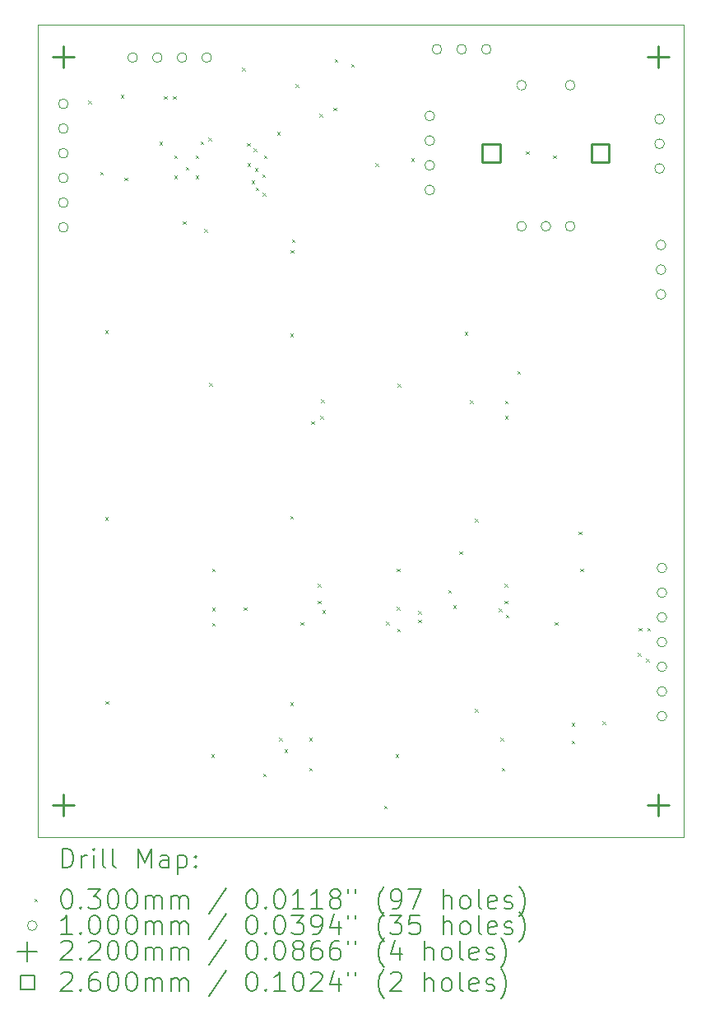
<source format=gbr>
%FSLAX45Y45*%
G04 Gerber Fmt 4.5, Leading zero omitted, Abs format (unit mm)*
G04 Created by KiCad (PCBNEW (6.0.0)) date 2023-01-01 12:45:46*
%MOMM*%
%LPD*%
G01*
G04 APERTURE LIST*
%TA.AperFunction,Profile*%
%ADD10C,0.100000*%
%TD*%
%ADD11C,0.200000*%
%ADD12C,0.030000*%
%ADD13C,0.100000*%
%ADD14C,0.220000*%
%ADD15C,0.260000*%
G04 APERTURE END LIST*
D10*
X3580000Y-1775000D02*
X10230000Y-1775000D01*
X10230000Y-1775000D02*
X10230000Y-10130000D01*
X10230000Y-10130000D02*
X3580000Y-10130000D01*
X3580000Y-10130000D02*
X3580000Y-1775000D01*
D11*
D12*
X4102000Y-2552000D02*
X4132000Y-2582000D01*
X4132000Y-2552000D02*
X4102000Y-2582000D01*
X4225000Y-3285000D02*
X4255000Y-3315000D01*
X4255000Y-3285000D02*
X4225000Y-3315000D01*
X4275000Y-4915000D02*
X4305000Y-4945000D01*
X4305000Y-4915000D02*
X4275000Y-4945000D01*
X4275000Y-6835000D02*
X4305000Y-6865000D01*
X4305000Y-6835000D02*
X4275000Y-6865000D01*
X4280000Y-8730000D02*
X4310000Y-8760000D01*
X4310000Y-8730000D02*
X4280000Y-8760000D01*
X4435000Y-2495000D02*
X4465000Y-2525000D01*
X4465000Y-2495000D02*
X4435000Y-2525000D01*
X4475000Y-3345000D02*
X4505000Y-3375000D01*
X4505000Y-3345000D02*
X4475000Y-3375000D01*
X4835000Y-2975000D02*
X4865000Y-3005000D01*
X4865000Y-2975000D02*
X4835000Y-3005000D01*
X4880000Y-2505000D02*
X4910000Y-2535000D01*
X4910000Y-2505000D02*
X4880000Y-2535000D01*
X4975000Y-2505000D02*
X5005000Y-2535000D01*
X5005000Y-2505000D02*
X4975000Y-2535000D01*
X4985000Y-3115000D02*
X5015000Y-3145000D01*
X5015000Y-3115000D02*
X4985000Y-3145000D01*
X4985000Y-3325000D02*
X5015000Y-3355000D01*
X5015000Y-3325000D02*
X4985000Y-3355000D01*
X5075000Y-3795000D02*
X5105000Y-3825000D01*
X5105000Y-3795000D02*
X5075000Y-3825000D01*
X5105000Y-3235000D02*
X5135000Y-3265000D01*
X5135000Y-3235000D02*
X5105000Y-3265000D01*
X5205000Y-3115000D02*
X5235000Y-3145000D01*
X5235000Y-3115000D02*
X5205000Y-3145000D01*
X5205000Y-3325000D02*
X5235000Y-3355000D01*
X5235000Y-3325000D02*
X5205000Y-3355000D01*
X5258000Y-2972000D02*
X5288000Y-3002000D01*
X5288000Y-2972000D02*
X5258000Y-3002000D01*
X5295320Y-3874680D02*
X5325320Y-3904680D01*
X5325320Y-3874680D02*
X5295320Y-3904680D01*
X5335000Y-2935000D02*
X5365000Y-2965000D01*
X5365000Y-2935000D02*
X5335000Y-2965000D01*
X5345000Y-5455000D02*
X5375000Y-5485000D01*
X5375000Y-5455000D02*
X5345000Y-5485000D01*
X5365000Y-9275000D02*
X5395000Y-9305000D01*
X5395000Y-9275000D02*
X5365000Y-9305000D01*
X5375000Y-7365000D02*
X5405000Y-7395000D01*
X5405000Y-7365000D02*
X5375000Y-7395000D01*
X5375000Y-7770000D02*
X5405000Y-7800000D01*
X5405000Y-7770000D02*
X5375000Y-7800000D01*
X5375000Y-7925000D02*
X5405000Y-7955000D01*
X5405000Y-7925000D02*
X5375000Y-7955000D01*
X5685000Y-2215000D02*
X5715000Y-2245000D01*
X5715000Y-2215000D02*
X5685000Y-2245000D01*
X5700000Y-7765000D02*
X5730000Y-7795000D01*
X5730000Y-7765000D02*
X5700000Y-7795000D01*
X5735000Y-2990000D02*
X5765000Y-3020000D01*
X5765000Y-2990000D02*
X5735000Y-3020000D01*
X5740000Y-3195000D02*
X5770000Y-3225000D01*
X5770000Y-3195000D02*
X5740000Y-3225000D01*
X5780000Y-3375000D02*
X5810000Y-3405000D01*
X5810000Y-3375000D02*
X5780000Y-3405000D01*
X5805000Y-3044950D02*
X5835000Y-3074950D01*
X5835000Y-3044950D02*
X5805000Y-3074950D01*
X5815000Y-3245000D02*
X5845000Y-3275000D01*
X5845000Y-3245000D02*
X5815000Y-3275000D01*
X5825000Y-3445000D02*
X5855000Y-3475000D01*
X5855000Y-3445000D02*
X5825000Y-3475000D01*
X5890000Y-3310000D02*
X5920000Y-3340000D01*
X5920000Y-3310000D02*
X5890000Y-3340000D01*
X5895000Y-3500000D02*
X5925000Y-3530000D01*
X5925000Y-3500000D02*
X5895000Y-3530000D01*
X5900000Y-9475000D02*
X5930000Y-9505000D01*
X5930000Y-9475000D02*
X5900000Y-9505000D01*
X5910000Y-3115000D02*
X5940000Y-3145000D01*
X5940000Y-3115000D02*
X5910000Y-3145000D01*
X6045000Y-2875000D02*
X6075000Y-2905000D01*
X6075000Y-2875000D02*
X6045000Y-2905000D01*
X6065000Y-9105000D02*
X6095000Y-9135000D01*
X6095000Y-9105000D02*
X6065000Y-9135000D01*
X6120000Y-9225000D02*
X6150000Y-9255000D01*
X6150000Y-9225000D02*
X6120000Y-9255000D01*
X6180000Y-4950000D02*
X6210000Y-4980000D01*
X6210000Y-4950000D02*
X6180000Y-4980000D01*
X6180000Y-6825000D02*
X6210000Y-6855000D01*
X6210000Y-6825000D02*
X6180000Y-6855000D01*
X6180000Y-8740000D02*
X6210000Y-8770000D01*
X6210000Y-8740000D02*
X6180000Y-8770000D01*
X6185000Y-4090000D02*
X6215000Y-4120000D01*
X6215000Y-4090000D02*
X6185000Y-4120000D01*
X6195000Y-3980000D02*
X6225000Y-4010000D01*
X6225000Y-3980000D02*
X6195000Y-4010000D01*
X6235000Y-2385000D02*
X6265000Y-2415000D01*
X6265000Y-2385000D02*
X6235000Y-2415000D01*
X6287000Y-7915000D02*
X6317000Y-7945000D01*
X6317000Y-7915000D02*
X6287000Y-7945000D01*
X6375000Y-9105000D02*
X6405000Y-9135000D01*
X6405000Y-9105000D02*
X6375000Y-9135000D01*
X6375000Y-9415000D02*
X6405000Y-9445000D01*
X6405000Y-9415000D02*
X6375000Y-9445000D01*
X6395000Y-5850000D02*
X6425000Y-5880000D01*
X6425000Y-5850000D02*
X6395000Y-5880000D01*
X6465000Y-7525000D02*
X6495000Y-7555000D01*
X6495000Y-7525000D02*
X6465000Y-7555000D01*
X6465000Y-7695000D02*
X6495000Y-7725000D01*
X6495000Y-7695000D02*
X6465000Y-7725000D01*
X6480000Y-2690000D02*
X6510000Y-2720000D01*
X6510000Y-2690000D02*
X6480000Y-2720000D01*
X6490000Y-5795000D02*
X6520000Y-5825000D01*
X6520000Y-5795000D02*
X6490000Y-5825000D01*
X6495000Y-5625000D02*
X6525000Y-5655000D01*
X6525000Y-5625000D02*
X6495000Y-5655000D01*
X6508000Y-7795000D02*
X6538000Y-7825000D01*
X6538000Y-7795000D02*
X6508000Y-7825000D01*
X6625000Y-2625000D02*
X6655000Y-2655000D01*
X6655000Y-2625000D02*
X6625000Y-2655000D01*
X6635000Y-2125000D02*
X6665000Y-2155000D01*
X6665000Y-2125000D02*
X6635000Y-2155000D01*
X6805000Y-2175000D02*
X6835000Y-2205000D01*
X6835000Y-2175000D02*
X6805000Y-2205000D01*
X7055000Y-3195000D02*
X7085000Y-3225000D01*
X7085000Y-3195000D02*
X7055000Y-3225000D01*
X7145000Y-9805000D02*
X7175000Y-9835000D01*
X7175000Y-9805000D02*
X7145000Y-9835000D01*
X7168000Y-7912000D02*
X7198000Y-7942000D01*
X7198000Y-7912000D02*
X7168000Y-7942000D01*
X7265000Y-9275000D02*
X7295000Y-9305000D01*
X7295000Y-9275000D02*
X7265000Y-9305000D01*
X7275000Y-7365000D02*
X7305000Y-7395000D01*
X7305000Y-7365000D02*
X7275000Y-7395000D01*
X7275000Y-7760000D02*
X7305000Y-7790000D01*
X7305000Y-7760000D02*
X7275000Y-7790000D01*
X7280000Y-7985000D02*
X7310000Y-8015000D01*
X7310000Y-7985000D02*
X7280000Y-8015000D01*
X7285000Y-5465000D02*
X7315000Y-5495000D01*
X7315000Y-5465000D02*
X7285000Y-5495000D01*
X7425000Y-3145000D02*
X7455000Y-3175000D01*
X7455000Y-3145000D02*
X7425000Y-3175000D01*
X7494000Y-7890000D02*
X7524000Y-7920000D01*
X7524000Y-7890000D02*
X7494000Y-7920000D01*
X7496000Y-7802000D02*
X7526000Y-7832000D01*
X7526000Y-7802000D02*
X7496000Y-7832000D01*
X7805000Y-7585000D02*
X7835000Y-7615000D01*
X7835000Y-7585000D02*
X7805000Y-7615000D01*
X7855000Y-7745000D02*
X7885000Y-7775000D01*
X7885000Y-7745000D02*
X7855000Y-7775000D01*
X7920000Y-7190000D02*
X7950000Y-7220000D01*
X7950000Y-7190000D02*
X7920000Y-7220000D01*
X7976000Y-4932000D02*
X8006000Y-4962000D01*
X8006000Y-4932000D02*
X7976000Y-4962000D01*
X8030950Y-5634000D02*
X8060950Y-5664000D01*
X8060950Y-5634000D02*
X8030950Y-5664000D01*
X8080000Y-6855000D02*
X8110000Y-6885000D01*
X8110000Y-6855000D02*
X8080000Y-6885000D01*
X8080000Y-8810000D02*
X8110000Y-8840000D01*
X8110000Y-8810000D02*
X8080000Y-8840000D01*
X8325000Y-7777000D02*
X8355000Y-7807000D01*
X8355000Y-7777000D02*
X8325000Y-7807000D01*
X8345000Y-9105000D02*
X8375000Y-9135000D01*
X8375000Y-9105000D02*
X8345000Y-9135000D01*
X8355000Y-9415000D02*
X8385000Y-9445000D01*
X8385000Y-9415000D02*
X8355000Y-9445000D01*
X8385000Y-7525000D02*
X8415000Y-7555000D01*
X8415000Y-7525000D02*
X8385000Y-7555000D01*
X8385000Y-7695000D02*
X8415000Y-7725000D01*
X8415000Y-7695000D02*
X8385000Y-7725000D01*
X8390000Y-5640000D02*
X8420000Y-5670000D01*
X8420000Y-5640000D02*
X8390000Y-5670000D01*
X8390000Y-5795000D02*
X8420000Y-5825000D01*
X8420000Y-5795000D02*
X8390000Y-5825000D01*
X8397000Y-7840000D02*
X8427000Y-7870000D01*
X8427000Y-7840000D02*
X8397000Y-7870000D01*
X8515000Y-5335000D02*
X8545000Y-5365000D01*
X8545000Y-5335000D02*
X8515000Y-5365000D01*
X8605000Y-3075000D02*
X8635000Y-3105000D01*
X8635000Y-3075000D02*
X8605000Y-3105000D01*
X8885000Y-3115000D02*
X8915000Y-3145000D01*
X8915000Y-3115000D02*
X8885000Y-3145000D01*
X8900000Y-7915000D02*
X8930000Y-7945000D01*
X8930000Y-7915000D02*
X8900000Y-7945000D01*
X9075000Y-8955000D02*
X9105000Y-8985000D01*
X9105000Y-8955000D02*
X9075000Y-8985000D01*
X9075000Y-9135000D02*
X9105000Y-9165000D01*
X9105000Y-9135000D02*
X9075000Y-9165000D01*
X9145000Y-6985000D02*
X9175000Y-7015000D01*
X9175000Y-6985000D02*
X9145000Y-7015000D01*
X9165000Y-7365000D02*
X9195000Y-7395000D01*
X9195000Y-7365000D02*
X9165000Y-7395000D01*
X9395000Y-8935000D02*
X9425000Y-8965000D01*
X9425000Y-8935000D02*
X9395000Y-8965000D01*
X9755000Y-8235000D02*
X9785000Y-8265000D01*
X9785000Y-8235000D02*
X9755000Y-8265000D01*
X9765000Y-7975000D02*
X9795000Y-8005000D01*
X9795000Y-7975000D02*
X9765000Y-8005000D01*
X9840000Y-8295000D02*
X9870000Y-8325000D01*
X9870000Y-8295000D02*
X9840000Y-8325000D01*
X9855000Y-7975000D02*
X9885000Y-8005000D01*
X9885000Y-7975000D02*
X9855000Y-8005000D01*
D13*
X3895000Y-2585000D02*
G75*
G03*
X3895000Y-2585000I-50000J0D01*
G01*
X3895000Y-2839000D02*
G75*
G03*
X3895000Y-2839000I-50000J0D01*
G01*
X3895000Y-3093000D02*
G75*
G03*
X3895000Y-3093000I-50000J0D01*
G01*
X3895000Y-3347000D02*
G75*
G03*
X3895000Y-3347000I-50000J0D01*
G01*
X3895000Y-3601000D02*
G75*
G03*
X3895000Y-3601000I-50000J0D01*
G01*
X3895000Y-3855000D02*
G75*
G03*
X3895000Y-3855000I-50000J0D01*
G01*
X4608000Y-2110000D02*
G75*
G03*
X4608000Y-2110000I-50000J0D01*
G01*
X4862000Y-2110000D02*
G75*
G03*
X4862000Y-2110000I-50000J0D01*
G01*
X5116000Y-2110000D02*
G75*
G03*
X5116000Y-2110000I-50000J0D01*
G01*
X5370000Y-2110000D02*
G75*
G03*
X5370000Y-2110000I-50000J0D01*
G01*
X7665000Y-2710000D02*
G75*
G03*
X7665000Y-2710000I-50000J0D01*
G01*
X7665000Y-2964000D02*
G75*
G03*
X7665000Y-2964000I-50000J0D01*
G01*
X7665000Y-3218000D02*
G75*
G03*
X7665000Y-3218000I-50000J0D01*
G01*
X7665000Y-3472000D02*
G75*
G03*
X7665000Y-3472000I-50000J0D01*
G01*
X7739500Y-2025000D02*
G75*
G03*
X7739500Y-2025000I-50000J0D01*
G01*
X7993500Y-2025000D02*
G75*
G03*
X7993500Y-2025000I-50000J0D01*
G01*
X8247500Y-2025000D02*
G75*
G03*
X8247500Y-2025000I-50000J0D01*
G01*
X8610000Y-2395000D02*
G75*
G03*
X8610000Y-2395000I-50000J0D01*
G01*
X8610000Y-3845000D02*
G75*
G03*
X8610000Y-3845000I-50000J0D01*
G01*
X8860000Y-3845000D02*
G75*
G03*
X8860000Y-3845000I-50000J0D01*
G01*
X9110000Y-2395000D02*
G75*
G03*
X9110000Y-2395000I-50000J0D01*
G01*
X9110000Y-3845000D02*
G75*
G03*
X9110000Y-3845000I-50000J0D01*
G01*
X10030000Y-2742500D02*
G75*
G03*
X10030000Y-2742500I-50000J0D01*
G01*
X10030000Y-2996500D02*
G75*
G03*
X10030000Y-2996500I-50000J0D01*
G01*
X10030000Y-3250500D02*
G75*
G03*
X10030000Y-3250500I-50000J0D01*
G01*
X10045000Y-4037500D02*
G75*
G03*
X10045000Y-4037500I-50000J0D01*
G01*
X10045000Y-4291500D02*
G75*
G03*
X10045000Y-4291500I-50000J0D01*
G01*
X10045000Y-4545500D02*
G75*
G03*
X10045000Y-4545500I-50000J0D01*
G01*
X10055000Y-7360000D02*
G75*
G03*
X10055000Y-7360000I-50000J0D01*
G01*
X10055000Y-7614000D02*
G75*
G03*
X10055000Y-7614000I-50000J0D01*
G01*
X10055000Y-7868000D02*
G75*
G03*
X10055000Y-7868000I-50000J0D01*
G01*
X10055000Y-8122000D02*
G75*
G03*
X10055000Y-8122000I-50000J0D01*
G01*
X10055000Y-8376000D02*
G75*
G03*
X10055000Y-8376000I-50000J0D01*
G01*
X10055000Y-8630000D02*
G75*
G03*
X10055000Y-8630000I-50000J0D01*
G01*
X10055000Y-8884000D02*
G75*
G03*
X10055000Y-8884000I-50000J0D01*
G01*
D14*
X3845000Y-1995000D02*
X3845000Y-2215000D01*
X3735000Y-2105000D02*
X3955000Y-2105000D01*
X3845000Y-9690000D02*
X3845000Y-9910000D01*
X3735000Y-9800000D02*
X3955000Y-9800000D01*
X9970000Y-1995000D02*
X9970000Y-2215000D01*
X9860000Y-2105000D02*
X10080000Y-2105000D01*
X9970000Y-9690000D02*
X9970000Y-9910000D01*
X9860000Y-9800000D02*
X10080000Y-9800000D01*
D15*
X8341925Y-3186925D02*
X8341925Y-3003075D01*
X8158075Y-3003075D01*
X8158075Y-3186925D01*
X8341925Y-3186925D01*
X9461925Y-3186925D02*
X9461925Y-3003075D01*
X9278075Y-3003075D01*
X9278075Y-3186925D01*
X9461925Y-3186925D01*
D11*
X3832619Y-10445476D02*
X3832619Y-10245476D01*
X3880238Y-10245476D01*
X3908809Y-10255000D01*
X3927857Y-10274048D01*
X3937381Y-10293095D01*
X3946905Y-10331190D01*
X3946905Y-10359762D01*
X3937381Y-10397857D01*
X3927857Y-10416905D01*
X3908809Y-10435952D01*
X3880238Y-10445476D01*
X3832619Y-10445476D01*
X4032619Y-10445476D02*
X4032619Y-10312143D01*
X4032619Y-10350238D02*
X4042143Y-10331190D01*
X4051667Y-10321667D01*
X4070714Y-10312143D01*
X4089762Y-10312143D01*
X4156428Y-10445476D02*
X4156428Y-10312143D01*
X4156428Y-10245476D02*
X4146905Y-10255000D01*
X4156428Y-10264524D01*
X4165952Y-10255000D01*
X4156428Y-10245476D01*
X4156428Y-10264524D01*
X4280238Y-10445476D02*
X4261190Y-10435952D01*
X4251667Y-10416905D01*
X4251667Y-10245476D01*
X4385000Y-10445476D02*
X4365952Y-10435952D01*
X4356429Y-10416905D01*
X4356429Y-10245476D01*
X4613571Y-10445476D02*
X4613571Y-10245476D01*
X4680238Y-10388333D01*
X4746905Y-10245476D01*
X4746905Y-10445476D01*
X4927857Y-10445476D02*
X4927857Y-10340714D01*
X4918333Y-10321667D01*
X4899286Y-10312143D01*
X4861190Y-10312143D01*
X4842143Y-10321667D01*
X4927857Y-10435952D02*
X4908810Y-10445476D01*
X4861190Y-10445476D01*
X4842143Y-10435952D01*
X4832619Y-10416905D01*
X4832619Y-10397857D01*
X4842143Y-10378810D01*
X4861190Y-10369286D01*
X4908810Y-10369286D01*
X4927857Y-10359762D01*
X5023095Y-10312143D02*
X5023095Y-10512143D01*
X5023095Y-10321667D02*
X5042143Y-10312143D01*
X5080238Y-10312143D01*
X5099286Y-10321667D01*
X5108810Y-10331190D01*
X5118333Y-10350238D01*
X5118333Y-10407381D01*
X5108810Y-10426429D01*
X5099286Y-10435952D01*
X5080238Y-10445476D01*
X5042143Y-10445476D01*
X5023095Y-10435952D01*
X5204048Y-10426429D02*
X5213571Y-10435952D01*
X5204048Y-10445476D01*
X5194524Y-10435952D01*
X5204048Y-10426429D01*
X5204048Y-10445476D01*
X5204048Y-10321667D02*
X5213571Y-10331190D01*
X5204048Y-10340714D01*
X5194524Y-10331190D01*
X5204048Y-10321667D01*
X5204048Y-10340714D01*
D12*
X3545000Y-10760000D02*
X3575000Y-10790000D01*
X3575000Y-10760000D02*
X3545000Y-10790000D01*
D11*
X3870714Y-10665476D02*
X3889762Y-10665476D01*
X3908809Y-10675000D01*
X3918333Y-10684524D01*
X3927857Y-10703571D01*
X3937381Y-10741667D01*
X3937381Y-10789286D01*
X3927857Y-10827381D01*
X3918333Y-10846429D01*
X3908809Y-10855952D01*
X3889762Y-10865476D01*
X3870714Y-10865476D01*
X3851667Y-10855952D01*
X3842143Y-10846429D01*
X3832619Y-10827381D01*
X3823095Y-10789286D01*
X3823095Y-10741667D01*
X3832619Y-10703571D01*
X3842143Y-10684524D01*
X3851667Y-10675000D01*
X3870714Y-10665476D01*
X4023095Y-10846429D02*
X4032619Y-10855952D01*
X4023095Y-10865476D01*
X4013571Y-10855952D01*
X4023095Y-10846429D01*
X4023095Y-10865476D01*
X4099286Y-10665476D02*
X4223095Y-10665476D01*
X4156428Y-10741667D01*
X4185000Y-10741667D01*
X4204048Y-10751190D01*
X4213571Y-10760714D01*
X4223095Y-10779762D01*
X4223095Y-10827381D01*
X4213571Y-10846429D01*
X4204048Y-10855952D01*
X4185000Y-10865476D01*
X4127857Y-10865476D01*
X4108809Y-10855952D01*
X4099286Y-10846429D01*
X4346905Y-10665476D02*
X4365952Y-10665476D01*
X4385000Y-10675000D01*
X4394524Y-10684524D01*
X4404048Y-10703571D01*
X4413571Y-10741667D01*
X4413571Y-10789286D01*
X4404048Y-10827381D01*
X4394524Y-10846429D01*
X4385000Y-10855952D01*
X4365952Y-10865476D01*
X4346905Y-10865476D01*
X4327857Y-10855952D01*
X4318333Y-10846429D01*
X4308810Y-10827381D01*
X4299286Y-10789286D01*
X4299286Y-10741667D01*
X4308810Y-10703571D01*
X4318333Y-10684524D01*
X4327857Y-10675000D01*
X4346905Y-10665476D01*
X4537381Y-10665476D02*
X4556429Y-10665476D01*
X4575476Y-10675000D01*
X4585000Y-10684524D01*
X4594524Y-10703571D01*
X4604048Y-10741667D01*
X4604048Y-10789286D01*
X4594524Y-10827381D01*
X4585000Y-10846429D01*
X4575476Y-10855952D01*
X4556429Y-10865476D01*
X4537381Y-10865476D01*
X4518333Y-10855952D01*
X4508810Y-10846429D01*
X4499286Y-10827381D01*
X4489762Y-10789286D01*
X4489762Y-10741667D01*
X4499286Y-10703571D01*
X4508810Y-10684524D01*
X4518333Y-10675000D01*
X4537381Y-10665476D01*
X4689762Y-10865476D02*
X4689762Y-10732143D01*
X4689762Y-10751190D02*
X4699286Y-10741667D01*
X4718333Y-10732143D01*
X4746905Y-10732143D01*
X4765952Y-10741667D01*
X4775476Y-10760714D01*
X4775476Y-10865476D01*
X4775476Y-10760714D02*
X4785000Y-10741667D01*
X4804048Y-10732143D01*
X4832619Y-10732143D01*
X4851667Y-10741667D01*
X4861190Y-10760714D01*
X4861190Y-10865476D01*
X4956429Y-10865476D02*
X4956429Y-10732143D01*
X4956429Y-10751190D02*
X4965952Y-10741667D01*
X4985000Y-10732143D01*
X5013571Y-10732143D01*
X5032619Y-10741667D01*
X5042143Y-10760714D01*
X5042143Y-10865476D01*
X5042143Y-10760714D02*
X5051667Y-10741667D01*
X5070714Y-10732143D01*
X5099286Y-10732143D01*
X5118333Y-10741667D01*
X5127857Y-10760714D01*
X5127857Y-10865476D01*
X5518333Y-10655952D02*
X5346905Y-10913095D01*
X5775476Y-10665476D02*
X5794524Y-10665476D01*
X5813571Y-10675000D01*
X5823095Y-10684524D01*
X5832619Y-10703571D01*
X5842143Y-10741667D01*
X5842143Y-10789286D01*
X5832619Y-10827381D01*
X5823095Y-10846429D01*
X5813571Y-10855952D01*
X5794524Y-10865476D01*
X5775476Y-10865476D01*
X5756428Y-10855952D01*
X5746905Y-10846429D01*
X5737381Y-10827381D01*
X5727857Y-10789286D01*
X5727857Y-10741667D01*
X5737381Y-10703571D01*
X5746905Y-10684524D01*
X5756428Y-10675000D01*
X5775476Y-10665476D01*
X5927857Y-10846429D02*
X5937381Y-10855952D01*
X5927857Y-10865476D01*
X5918333Y-10855952D01*
X5927857Y-10846429D01*
X5927857Y-10865476D01*
X6061190Y-10665476D02*
X6080238Y-10665476D01*
X6099286Y-10675000D01*
X6108809Y-10684524D01*
X6118333Y-10703571D01*
X6127857Y-10741667D01*
X6127857Y-10789286D01*
X6118333Y-10827381D01*
X6108809Y-10846429D01*
X6099286Y-10855952D01*
X6080238Y-10865476D01*
X6061190Y-10865476D01*
X6042143Y-10855952D01*
X6032619Y-10846429D01*
X6023095Y-10827381D01*
X6013571Y-10789286D01*
X6013571Y-10741667D01*
X6023095Y-10703571D01*
X6032619Y-10684524D01*
X6042143Y-10675000D01*
X6061190Y-10665476D01*
X6318333Y-10865476D02*
X6204048Y-10865476D01*
X6261190Y-10865476D02*
X6261190Y-10665476D01*
X6242143Y-10694048D01*
X6223095Y-10713095D01*
X6204048Y-10722619D01*
X6508809Y-10865476D02*
X6394524Y-10865476D01*
X6451667Y-10865476D02*
X6451667Y-10665476D01*
X6432619Y-10694048D01*
X6413571Y-10713095D01*
X6394524Y-10722619D01*
X6623095Y-10751190D02*
X6604048Y-10741667D01*
X6594524Y-10732143D01*
X6585000Y-10713095D01*
X6585000Y-10703571D01*
X6594524Y-10684524D01*
X6604048Y-10675000D01*
X6623095Y-10665476D01*
X6661190Y-10665476D01*
X6680238Y-10675000D01*
X6689762Y-10684524D01*
X6699286Y-10703571D01*
X6699286Y-10713095D01*
X6689762Y-10732143D01*
X6680238Y-10741667D01*
X6661190Y-10751190D01*
X6623095Y-10751190D01*
X6604048Y-10760714D01*
X6594524Y-10770238D01*
X6585000Y-10789286D01*
X6585000Y-10827381D01*
X6594524Y-10846429D01*
X6604048Y-10855952D01*
X6623095Y-10865476D01*
X6661190Y-10865476D01*
X6680238Y-10855952D01*
X6689762Y-10846429D01*
X6699286Y-10827381D01*
X6699286Y-10789286D01*
X6689762Y-10770238D01*
X6680238Y-10760714D01*
X6661190Y-10751190D01*
X6775476Y-10665476D02*
X6775476Y-10703571D01*
X6851667Y-10665476D02*
X6851667Y-10703571D01*
X7146905Y-10941667D02*
X7137381Y-10932143D01*
X7118333Y-10903571D01*
X7108809Y-10884524D01*
X7099286Y-10855952D01*
X7089762Y-10808333D01*
X7089762Y-10770238D01*
X7099286Y-10722619D01*
X7108809Y-10694048D01*
X7118333Y-10675000D01*
X7137381Y-10646429D01*
X7146905Y-10636905D01*
X7232619Y-10865476D02*
X7270714Y-10865476D01*
X7289762Y-10855952D01*
X7299286Y-10846429D01*
X7318333Y-10817857D01*
X7327857Y-10779762D01*
X7327857Y-10703571D01*
X7318333Y-10684524D01*
X7308809Y-10675000D01*
X7289762Y-10665476D01*
X7251667Y-10665476D01*
X7232619Y-10675000D01*
X7223095Y-10684524D01*
X7213571Y-10703571D01*
X7213571Y-10751190D01*
X7223095Y-10770238D01*
X7232619Y-10779762D01*
X7251667Y-10789286D01*
X7289762Y-10789286D01*
X7308809Y-10779762D01*
X7318333Y-10770238D01*
X7327857Y-10751190D01*
X7394524Y-10665476D02*
X7527857Y-10665476D01*
X7442143Y-10865476D01*
X7756428Y-10865476D02*
X7756428Y-10665476D01*
X7842143Y-10865476D02*
X7842143Y-10760714D01*
X7832619Y-10741667D01*
X7813571Y-10732143D01*
X7785000Y-10732143D01*
X7765952Y-10741667D01*
X7756428Y-10751190D01*
X7965952Y-10865476D02*
X7946905Y-10855952D01*
X7937381Y-10846429D01*
X7927857Y-10827381D01*
X7927857Y-10770238D01*
X7937381Y-10751190D01*
X7946905Y-10741667D01*
X7965952Y-10732143D01*
X7994524Y-10732143D01*
X8013571Y-10741667D01*
X8023095Y-10751190D01*
X8032619Y-10770238D01*
X8032619Y-10827381D01*
X8023095Y-10846429D01*
X8013571Y-10855952D01*
X7994524Y-10865476D01*
X7965952Y-10865476D01*
X8146905Y-10865476D02*
X8127857Y-10855952D01*
X8118333Y-10836905D01*
X8118333Y-10665476D01*
X8299286Y-10855952D02*
X8280238Y-10865476D01*
X8242143Y-10865476D01*
X8223095Y-10855952D01*
X8213571Y-10836905D01*
X8213571Y-10760714D01*
X8223095Y-10741667D01*
X8242143Y-10732143D01*
X8280238Y-10732143D01*
X8299286Y-10741667D01*
X8308809Y-10760714D01*
X8308809Y-10779762D01*
X8213571Y-10798810D01*
X8385000Y-10855952D02*
X8404048Y-10865476D01*
X8442143Y-10865476D01*
X8461190Y-10855952D01*
X8470714Y-10836905D01*
X8470714Y-10827381D01*
X8461190Y-10808333D01*
X8442143Y-10798810D01*
X8413571Y-10798810D01*
X8394524Y-10789286D01*
X8385000Y-10770238D01*
X8385000Y-10760714D01*
X8394524Y-10741667D01*
X8413571Y-10732143D01*
X8442143Y-10732143D01*
X8461190Y-10741667D01*
X8537381Y-10941667D02*
X8546905Y-10932143D01*
X8565952Y-10903571D01*
X8575476Y-10884524D01*
X8585000Y-10855952D01*
X8594524Y-10808333D01*
X8594524Y-10770238D01*
X8585000Y-10722619D01*
X8575476Y-10694048D01*
X8565952Y-10675000D01*
X8546905Y-10646429D01*
X8537381Y-10636905D01*
D13*
X3575000Y-11039000D02*
G75*
G03*
X3575000Y-11039000I-50000J0D01*
G01*
D11*
X3937381Y-11129476D02*
X3823095Y-11129476D01*
X3880238Y-11129476D02*
X3880238Y-10929476D01*
X3861190Y-10958048D01*
X3842143Y-10977095D01*
X3823095Y-10986619D01*
X4023095Y-11110429D02*
X4032619Y-11119952D01*
X4023095Y-11129476D01*
X4013571Y-11119952D01*
X4023095Y-11110429D01*
X4023095Y-11129476D01*
X4156428Y-10929476D02*
X4175476Y-10929476D01*
X4194524Y-10939000D01*
X4204048Y-10948524D01*
X4213571Y-10967571D01*
X4223095Y-11005667D01*
X4223095Y-11053286D01*
X4213571Y-11091381D01*
X4204048Y-11110429D01*
X4194524Y-11119952D01*
X4175476Y-11129476D01*
X4156428Y-11129476D01*
X4137381Y-11119952D01*
X4127857Y-11110429D01*
X4118333Y-11091381D01*
X4108809Y-11053286D01*
X4108809Y-11005667D01*
X4118333Y-10967571D01*
X4127857Y-10948524D01*
X4137381Y-10939000D01*
X4156428Y-10929476D01*
X4346905Y-10929476D02*
X4365952Y-10929476D01*
X4385000Y-10939000D01*
X4394524Y-10948524D01*
X4404048Y-10967571D01*
X4413571Y-11005667D01*
X4413571Y-11053286D01*
X4404048Y-11091381D01*
X4394524Y-11110429D01*
X4385000Y-11119952D01*
X4365952Y-11129476D01*
X4346905Y-11129476D01*
X4327857Y-11119952D01*
X4318333Y-11110429D01*
X4308810Y-11091381D01*
X4299286Y-11053286D01*
X4299286Y-11005667D01*
X4308810Y-10967571D01*
X4318333Y-10948524D01*
X4327857Y-10939000D01*
X4346905Y-10929476D01*
X4537381Y-10929476D02*
X4556429Y-10929476D01*
X4575476Y-10939000D01*
X4585000Y-10948524D01*
X4594524Y-10967571D01*
X4604048Y-11005667D01*
X4604048Y-11053286D01*
X4594524Y-11091381D01*
X4585000Y-11110429D01*
X4575476Y-11119952D01*
X4556429Y-11129476D01*
X4537381Y-11129476D01*
X4518333Y-11119952D01*
X4508810Y-11110429D01*
X4499286Y-11091381D01*
X4489762Y-11053286D01*
X4489762Y-11005667D01*
X4499286Y-10967571D01*
X4508810Y-10948524D01*
X4518333Y-10939000D01*
X4537381Y-10929476D01*
X4689762Y-11129476D02*
X4689762Y-10996143D01*
X4689762Y-11015190D02*
X4699286Y-11005667D01*
X4718333Y-10996143D01*
X4746905Y-10996143D01*
X4765952Y-11005667D01*
X4775476Y-11024714D01*
X4775476Y-11129476D01*
X4775476Y-11024714D02*
X4785000Y-11005667D01*
X4804048Y-10996143D01*
X4832619Y-10996143D01*
X4851667Y-11005667D01*
X4861190Y-11024714D01*
X4861190Y-11129476D01*
X4956429Y-11129476D02*
X4956429Y-10996143D01*
X4956429Y-11015190D02*
X4965952Y-11005667D01*
X4985000Y-10996143D01*
X5013571Y-10996143D01*
X5032619Y-11005667D01*
X5042143Y-11024714D01*
X5042143Y-11129476D01*
X5042143Y-11024714D02*
X5051667Y-11005667D01*
X5070714Y-10996143D01*
X5099286Y-10996143D01*
X5118333Y-11005667D01*
X5127857Y-11024714D01*
X5127857Y-11129476D01*
X5518333Y-10919952D02*
X5346905Y-11177095D01*
X5775476Y-10929476D02*
X5794524Y-10929476D01*
X5813571Y-10939000D01*
X5823095Y-10948524D01*
X5832619Y-10967571D01*
X5842143Y-11005667D01*
X5842143Y-11053286D01*
X5832619Y-11091381D01*
X5823095Y-11110429D01*
X5813571Y-11119952D01*
X5794524Y-11129476D01*
X5775476Y-11129476D01*
X5756428Y-11119952D01*
X5746905Y-11110429D01*
X5737381Y-11091381D01*
X5727857Y-11053286D01*
X5727857Y-11005667D01*
X5737381Y-10967571D01*
X5746905Y-10948524D01*
X5756428Y-10939000D01*
X5775476Y-10929476D01*
X5927857Y-11110429D02*
X5937381Y-11119952D01*
X5927857Y-11129476D01*
X5918333Y-11119952D01*
X5927857Y-11110429D01*
X5927857Y-11129476D01*
X6061190Y-10929476D02*
X6080238Y-10929476D01*
X6099286Y-10939000D01*
X6108809Y-10948524D01*
X6118333Y-10967571D01*
X6127857Y-11005667D01*
X6127857Y-11053286D01*
X6118333Y-11091381D01*
X6108809Y-11110429D01*
X6099286Y-11119952D01*
X6080238Y-11129476D01*
X6061190Y-11129476D01*
X6042143Y-11119952D01*
X6032619Y-11110429D01*
X6023095Y-11091381D01*
X6013571Y-11053286D01*
X6013571Y-11005667D01*
X6023095Y-10967571D01*
X6032619Y-10948524D01*
X6042143Y-10939000D01*
X6061190Y-10929476D01*
X6194524Y-10929476D02*
X6318333Y-10929476D01*
X6251667Y-11005667D01*
X6280238Y-11005667D01*
X6299286Y-11015190D01*
X6308809Y-11024714D01*
X6318333Y-11043762D01*
X6318333Y-11091381D01*
X6308809Y-11110429D01*
X6299286Y-11119952D01*
X6280238Y-11129476D01*
X6223095Y-11129476D01*
X6204048Y-11119952D01*
X6194524Y-11110429D01*
X6413571Y-11129476D02*
X6451667Y-11129476D01*
X6470714Y-11119952D01*
X6480238Y-11110429D01*
X6499286Y-11081857D01*
X6508809Y-11043762D01*
X6508809Y-10967571D01*
X6499286Y-10948524D01*
X6489762Y-10939000D01*
X6470714Y-10929476D01*
X6432619Y-10929476D01*
X6413571Y-10939000D01*
X6404048Y-10948524D01*
X6394524Y-10967571D01*
X6394524Y-11015190D01*
X6404048Y-11034238D01*
X6413571Y-11043762D01*
X6432619Y-11053286D01*
X6470714Y-11053286D01*
X6489762Y-11043762D01*
X6499286Y-11034238D01*
X6508809Y-11015190D01*
X6680238Y-10996143D02*
X6680238Y-11129476D01*
X6632619Y-10919952D02*
X6585000Y-11062810D01*
X6708809Y-11062810D01*
X6775476Y-10929476D02*
X6775476Y-10967571D01*
X6851667Y-10929476D02*
X6851667Y-10967571D01*
X7146905Y-11205667D02*
X7137381Y-11196143D01*
X7118333Y-11167571D01*
X7108809Y-11148524D01*
X7099286Y-11119952D01*
X7089762Y-11072333D01*
X7089762Y-11034238D01*
X7099286Y-10986619D01*
X7108809Y-10958048D01*
X7118333Y-10939000D01*
X7137381Y-10910429D01*
X7146905Y-10900905D01*
X7204048Y-10929476D02*
X7327857Y-10929476D01*
X7261190Y-11005667D01*
X7289762Y-11005667D01*
X7308809Y-11015190D01*
X7318333Y-11024714D01*
X7327857Y-11043762D01*
X7327857Y-11091381D01*
X7318333Y-11110429D01*
X7308809Y-11119952D01*
X7289762Y-11129476D01*
X7232619Y-11129476D01*
X7213571Y-11119952D01*
X7204048Y-11110429D01*
X7508809Y-10929476D02*
X7413571Y-10929476D01*
X7404048Y-11024714D01*
X7413571Y-11015190D01*
X7432619Y-11005667D01*
X7480238Y-11005667D01*
X7499286Y-11015190D01*
X7508809Y-11024714D01*
X7518333Y-11043762D01*
X7518333Y-11091381D01*
X7508809Y-11110429D01*
X7499286Y-11119952D01*
X7480238Y-11129476D01*
X7432619Y-11129476D01*
X7413571Y-11119952D01*
X7404048Y-11110429D01*
X7756428Y-11129476D02*
X7756428Y-10929476D01*
X7842143Y-11129476D02*
X7842143Y-11024714D01*
X7832619Y-11005667D01*
X7813571Y-10996143D01*
X7785000Y-10996143D01*
X7765952Y-11005667D01*
X7756428Y-11015190D01*
X7965952Y-11129476D02*
X7946905Y-11119952D01*
X7937381Y-11110429D01*
X7927857Y-11091381D01*
X7927857Y-11034238D01*
X7937381Y-11015190D01*
X7946905Y-11005667D01*
X7965952Y-10996143D01*
X7994524Y-10996143D01*
X8013571Y-11005667D01*
X8023095Y-11015190D01*
X8032619Y-11034238D01*
X8032619Y-11091381D01*
X8023095Y-11110429D01*
X8013571Y-11119952D01*
X7994524Y-11129476D01*
X7965952Y-11129476D01*
X8146905Y-11129476D02*
X8127857Y-11119952D01*
X8118333Y-11100905D01*
X8118333Y-10929476D01*
X8299286Y-11119952D02*
X8280238Y-11129476D01*
X8242143Y-11129476D01*
X8223095Y-11119952D01*
X8213571Y-11100905D01*
X8213571Y-11024714D01*
X8223095Y-11005667D01*
X8242143Y-10996143D01*
X8280238Y-10996143D01*
X8299286Y-11005667D01*
X8308809Y-11024714D01*
X8308809Y-11043762D01*
X8213571Y-11062810D01*
X8385000Y-11119952D02*
X8404048Y-11129476D01*
X8442143Y-11129476D01*
X8461190Y-11119952D01*
X8470714Y-11100905D01*
X8470714Y-11091381D01*
X8461190Y-11072333D01*
X8442143Y-11062810D01*
X8413571Y-11062810D01*
X8394524Y-11053286D01*
X8385000Y-11034238D01*
X8385000Y-11024714D01*
X8394524Y-11005667D01*
X8413571Y-10996143D01*
X8442143Y-10996143D01*
X8461190Y-11005667D01*
X8537381Y-11205667D02*
X8546905Y-11196143D01*
X8565952Y-11167571D01*
X8575476Y-11148524D01*
X8585000Y-11119952D01*
X8594524Y-11072333D01*
X8594524Y-11034238D01*
X8585000Y-10986619D01*
X8575476Y-10958048D01*
X8565952Y-10939000D01*
X8546905Y-10910429D01*
X8537381Y-10900905D01*
X3475000Y-11203000D02*
X3475000Y-11403000D01*
X3375000Y-11303000D02*
X3575000Y-11303000D01*
X3823095Y-11212524D02*
X3832619Y-11203000D01*
X3851667Y-11193476D01*
X3899286Y-11193476D01*
X3918333Y-11203000D01*
X3927857Y-11212524D01*
X3937381Y-11231571D01*
X3937381Y-11250619D01*
X3927857Y-11279190D01*
X3813571Y-11393476D01*
X3937381Y-11393476D01*
X4023095Y-11374428D02*
X4032619Y-11383952D01*
X4023095Y-11393476D01*
X4013571Y-11383952D01*
X4023095Y-11374428D01*
X4023095Y-11393476D01*
X4108809Y-11212524D02*
X4118333Y-11203000D01*
X4137381Y-11193476D01*
X4185000Y-11193476D01*
X4204048Y-11203000D01*
X4213571Y-11212524D01*
X4223095Y-11231571D01*
X4223095Y-11250619D01*
X4213571Y-11279190D01*
X4099286Y-11393476D01*
X4223095Y-11393476D01*
X4346905Y-11193476D02*
X4365952Y-11193476D01*
X4385000Y-11203000D01*
X4394524Y-11212524D01*
X4404048Y-11231571D01*
X4413571Y-11269667D01*
X4413571Y-11317286D01*
X4404048Y-11355381D01*
X4394524Y-11374428D01*
X4385000Y-11383952D01*
X4365952Y-11393476D01*
X4346905Y-11393476D01*
X4327857Y-11383952D01*
X4318333Y-11374428D01*
X4308810Y-11355381D01*
X4299286Y-11317286D01*
X4299286Y-11269667D01*
X4308810Y-11231571D01*
X4318333Y-11212524D01*
X4327857Y-11203000D01*
X4346905Y-11193476D01*
X4537381Y-11193476D02*
X4556429Y-11193476D01*
X4575476Y-11203000D01*
X4585000Y-11212524D01*
X4594524Y-11231571D01*
X4604048Y-11269667D01*
X4604048Y-11317286D01*
X4594524Y-11355381D01*
X4585000Y-11374428D01*
X4575476Y-11383952D01*
X4556429Y-11393476D01*
X4537381Y-11393476D01*
X4518333Y-11383952D01*
X4508810Y-11374428D01*
X4499286Y-11355381D01*
X4489762Y-11317286D01*
X4489762Y-11269667D01*
X4499286Y-11231571D01*
X4508810Y-11212524D01*
X4518333Y-11203000D01*
X4537381Y-11193476D01*
X4689762Y-11393476D02*
X4689762Y-11260143D01*
X4689762Y-11279190D02*
X4699286Y-11269667D01*
X4718333Y-11260143D01*
X4746905Y-11260143D01*
X4765952Y-11269667D01*
X4775476Y-11288714D01*
X4775476Y-11393476D01*
X4775476Y-11288714D02*
X4785000Y-11269667D01*
X4804048Y-11260143D01*
X4832619Y-11260143D01*
X4851667Y-11269667D01*
X4861190Y-11288714D01*
X4861190Y-11393476D01*
X4956429Y-11393476D02*
X4956429Y-11260143D01*
X4956429Y-11279190D02*
X4965952Y-11269667D01*
X4985000Y-11260143D01*
X5013571Y-11260143D01*
X5032619Y-11269667D01*
X5042143Y-11288714D01*
X5042143Y-11393476D01*
X5042143Y-11288714D02*
X5051667Y-11269667D01*
X5070714Y-11260143D01*
X5099286Y-11260143D01*
X5118333Y-11269667D01*
X5127857Y-11288714D01*
X5127857Y-11393476D01*
X5518333Y-11183952D02*
X5346905Y-11441095D01*
X5775476Y-11193476D02*
X5794524Y-11193476D01*
X5813571Y-11203000D01*
X5823095Y-11212524D01*
X5832619Y-11231571D01*
X5842143Y-11269667D01*
X5842143Y-11317286D01*
X5832619Y-11355381D01*
X5823095Y-11374428D01*
X5813571Y-11383952D01*
X5794524Y-11393476D01*
X5775476Y-11393476D01*
X5756428Y-11383952D01*
X5746905Y-11374428D01*
X5737381Y-11355381D01*
X5727857Y-11317286D01*
X5727857Y-11269667D01*
X5737381Y-11231571D01*
X5746905Y-11212524D01*
X5756428Y-11203000D01*
X5775476Y-11193476D01*
X5927857Y-11374428D02*
X5937381Y-11383952D01*
X5927857Y-11393476D01*
X5918333Y-11383952D01*
X5927857Y-11374428D01*
X5927857Y-11393476D01*
X6061190Y-11193476D02*
X6080238Y-11193476D01*
X6099286Y-11203000D01*
X6108809Y-11212524D01*
X6118333Y-11231571D01*
X6127857Y-11269667D01*
X6127857Y-11317286D01*
X6118333Y-11355381D01*
X6108809Y-11374428D01*
X6099286Y-11383952D01*
X6080238Y-11393476D01*
X6061190Y-11393476D01*
X6042143Y-11383952D01*
X6032619Y-11374428D01*
X6023095Y-11355381D01*
X6013571Y-11317286D01*
X6013571Y-11269667D01*
X6023095Y-11231571D01*
X6032619Y-11212524D01*
X6042143Y-11203000D01*
X6061190Y-11193476D01*
X6242143Y-11279190D02*
X6223095Y-11269667D01*
X6213571Y-11260143D01*
X6204048Y-11241095D01*
X6204048Y-11231571D01*
X6213571Y-11212524D01*
X6223095Y-11203000D01*
X6242143Y-11193476D01*
X6280238Y-11193476D01*
X6299286Y-11203000D01*
X6308809Y-11212524D01*
X6318333Y-11231571D01*
X6318333Y-11241095D01*
X6308809Y-11260143D01*
X6299286Y-11269667D01*
X6280238Y-11279190D01*
X6242143Y-11279190D01*
X6223095Y-11288714D01*
X6213571Y-11298238D01*
X6204048Y-11317286D01*
X6204048Y-11355381D01*
X6213571Y-11374428D01*
X6223095Y-11383952D01*
X6242143Y-11393476D01*
X6280238Y-11393476D01*
X6299286Y-11383952D01*
X6308809Y-11374428D01*
X6318333Y-11355381D01*
X6318333Y-11317286D01*
X6308809Y-11298238D01*
X6299286Y-11288714D01*
X6280238Y-11279190D01*
X6489762Y-11193476D02*
X6451667Y-11193476D01*
X6432619Y-11203000D01*
X6423095Y-11212524D01*
X6404048Y-11241095D01*
X6394524Y-11279190D01*
X6394524Y-11355381D01*
X6404048Y-11374428D01*
X6413571Y-11383952D01*
X6432619Y-11393476D01*
X6470714Y-11393476D01*
X6489762Y-11383952D01*
X6499286Y-11374428D01*
X6508809Y-11355381D01*
X6508809Y-11307762D01*
X6499286Y-11288714D01*
X6489762Y-11279190D01*
X6470714Y-11269667D01*
X6432619Y-11269667D01*
X6413571Y-11279190D01*
X6404048Y-11288714D01*
X6394524Y-11307762D01*
X6680238Y-11193476D02*
X6642143Y-11193476D01*
X6623095Y-11203000D01*
X6613571Y-11212524D01*
X6594524Y-11241095D01*
X6585000Y-11279190D01*
X6585000Y-11355381D01*
X6594524Y-11374428D01*
X6604048Y-11383952D01*
X6623095Y-11393476D01*
X6661190Y-11393476D01*
X6680238Y-11383952D01*
X6689762Y-11374428D01*
X6699286Y-11355381D01*
X6699286Y-11307762D01*
X6689762Y-11288714D01*
X6680238Y-11279190D01*
X6661190Y-11269667D01*
X6623095Y-11269667D01*
X6604048Y-11279190D01*
X6594524Y-11288714D01*
X6585000Y-11307762D01*
X6775476Y-11193476D02*
X6775476Y-11231571D01*
X6851667Y-11193476D02*
X6851667Y-11231571D01*
X7146905Y-11469667D02*
X7137381Y-11460143D01*
X7118333Y-11431571D01*
X7108809Y-11412524D01*
X7099286Y-11383952D01*
X7089762Y-11336333D01*
X7089762Y-11298238D01*
X7099286Y-11250619D01*
X7108809Y-11222048D01*
X7118333Y-11203000D01*
X7137381Y-11174429D01*
X7146905Y-11164905D01*
X7308809Y-11260143D02*
X7308809Y-11393476D01*
X7261190Y-11183952D02*
X7213571Y-11326809D01*
X7337381Y-11326809D01*
X7565952Y-11393476D02*
X7565952Y-11193476D01*
X7651667Y-11393476D02*
X7651667Y-11288714D01*
X7642143Y-11269667D01*
X7623095Y-11260143D01*
X7594524Y-11260143D01*
X7575476Y-11269667D01*
X7565952Y-11279190D01*
X7775476Y-11393476D02*
X7756428Y-11383952D01*
X7746905Y-11374428D01*
X7737381Y-11355381D01*
X7737381Y-11298238D01*
X7746905Y-11279190D01*
X7756428Y-11269667D01*
X7775476Y-11260143D01*
X7804048Y-11260143D01*
X7823095Y-11269667D01*
X7832619Y-11279190D01*
X7842143Y-11298238D01*
X7842143Y-11355381D01*
X7832619Y-11374428D01*
X7823095Y-11383952D01*
X7804048Y-11393476D01*
X7775476Y-11393476D01*
X7956428Y-11393476D02*
X7937381Y-11383952D01*
X7927857Y-11364905D01*
X7927857Y-11193476D01*
X8108809Y-11383952D02*
X8089762Y-11393476D01*
X8051667Y-11393476D01*
X8032619Y-11383952D01*
X8023095Y-11364905D01*
X8023095Y-11288714D01*
X8032619Y-11269667D01*
X8051667Y-11260143D01*
X8089762Y-11260143D01*
X8108809Y-11269667D01*
X8118333Y-11288714D01*
X8118333Y-11307762D01*
X8023095Y-11326809D01*
X8194524Y-11383952D02*
X8213571Y-11393476D01*
X8251667Y-11393476D01*
X8270714Y-11383952D01*
X8280238Y-11364905D01*
X8280238Y-11355381D01*
X8270714Y-11336333D01*
X8251667Y-11326809D01*
X8223095Y-11326809D01*
X8204048Y-11317286D01*
X8194524Y-11298238D01*
X8194524Y-11288714D01*
X8204048Y-11269667D01*
X8223095Y-11260143D01*
X8251667Y-11260143D01*
X8270714Y-11269667D01*
X8346905Y-11469667D02*
X8356428Y-11460143D01*
X8375476Y-11431571D01*
X8385000Y-11412524D01*
X8394524Y-11383952D01*
X8404048Y-11336333D01*
X8404048Y-11298238D01*
X8394524Y-11250619D01*
X8385000Y-11222048D01*
X8375476Y-11203000D01*
X8356428Y-11174429D01*
X8346905Y-11164905D01*
X3545711Y-11693711D02*
X3545711Y-11552289D01*
X3404289Y-11552289D01*
X3404289Y-11693711D01*
X3545711Y-11693711D01*
X3823095Y-11532524D02*
X3832619Y-11523000D01*
X3851667Y-11513476D01*
X3899286Y-11513476D01*
X3918333Y-11523000D01*
X3927857Y-11532524D01*
X3937381Y-11551571D01*
X3937381Y-11570619D01*
X3927857Y-11599190D01*
X3813571Y-11713476D01*
X3937381Y-11713476D01*
X4023095Y-11694428D02*
X4032619Y-11703952D01*
X4023095Y-11713476D01*
X4013571Y-11703952D01*
X4023095Y-11694428D01*
X4023095Y-11713476D01*
X4204048Y-11513476D02*
X4165952Y-11513476D01*
X4146905Y-11523000D01*
X4137381Y-11532524D01*
X4118333Y-11561095D01*
X4108809Y-11599190D01*
X4108809Y-11675381D01*
X4118333Y-11694428D01*
X4127857Y-11703952D01*
X4146905Y-11713476D01*
X4185000Y-11713476D01*
X4204048Y-11703952D01*
X4213571Y-11694428D01*
X4223095Y-11675381D01*
X4223095Y-11627762D01*
X4213571Y-11608714D01*
X4204048Y-11599190D01*
X4185000Y-11589667D01*
X4146905Y-11589667D01*
X4127857Y-11599190D01*
X4118333Y-11608714D01*
X4108809Y-11627762D01*
X4346905Y-11513476D02*
X4365952Y-11513476D01*
X4385000Y-11523000D01*
X4394524Y-11532524D01*
X4404048Y-11551571D01*
X4413571Y-11589667D01*
X4413571Y-11637286D01*
X4404048Y-11675381D01*
X4394524Y-11694428D01*
X4385000Y-11703952D01*
X4365952Y-11713476D01*
X4346905Y-11713476D01*
X4327857Y-11703952D01*
X4318333Y-11694428D01*
X4308810Y-11675381D01*
X4299286Y-11637286D01*
X4299286Y-11589667D01*
X4308810Y-11551571D01*
X4318333Y-11532524D01*
X4327857Y-11523000D01*
X4346905Y-11513476D01*
X4537381Y-11513476D02*
X4556429Y-11513476D01*
X4575476Y-11523000D01*
X4585000Y-11532524D01*
X4594524Y-11551571D01*
X4604048Y-11589667D01*
X4604048Y-11637286D01*
X4594524Y-11675381D01*
X4585000Y-11694428D01*
X4575476Y-11703952D01*
X4556429Y-11713476D01*
X4537381Y-11713476D01*
X4518333Y-11703952D01*
X4508810Y-11694428D01*
X4499286Y-11675381D01*
X4489762Y-11637286D01*
X4489762Y-11589667D01*
X4499286Y-11551571D01*
X4508810Y-11532524D01*
X4518333Y-11523000D01*
X4537381Y-11513476D01*
X4689762Y-11713476D02*
X4689762Y-11580143D01*
X4689762Y-11599190D02*
X4699286Y-11589667D01*
X4718333Y-11580143D01*
X4746905Y-11580143D01*
X4765952Y-11589667D01*
X4775476Y-11608714D01*
X4775476Y-11713476D01*
X4775476Y-11608714D02*
X4785000Y-11589667D01*
X4804048Y-11580143D01*
X4832619Y-11580143D01*
X4851667Y-11589667D01*
X4861190Y-11608714D01*
X4861190Y-11713476D01*
X4956429Y-11713476D02*
X4956429Y-11580143D01*
X4956429Y-11599190D02*
X4965952Y-11589667D01*
X4985000Y-11580143D01*
X5013571Y-11580143D01*
X5032619Y-11589667D01*
X5042143Y-11608714D01*
X5042143Y-11713476D01*
X5042143Y-11608714D02*
X5051667Y-11589667D01*
X5070714Y-11580143D01*
X5099286Y-11580143D01*
X5118333Y-11589667D01*
X5127857Y-11608714D01*
X5127857Y-11713476D01*
X5518333Y-11503952D02*
X5346905Y-11761095D01*
X5775476Y-11513476D02*
X5794524Y-11513476D01*
X5813571Y-11523000D01*
X5823095Y-11532524D01*
X5832619Y-11551571D01*
X5842143Y-11589667D01*
X5842143Y-11637286D01*
X5832619Y-11675381D01*
X5823095Y-11694428D01*
X5813571Y-11703952D01*
X5794524Y-11713476D01*
X5775476Y-11713476D01*
X5756428Y-11703952D01*
X5746905Y-11694428D01*
X5737381Y-11675381D01*
X5727857Y-11637286D01*
X5727857Y-11589667D01*
X5737381Y-11551571D01*
X5746905Y-11532524D01*
X5756428Y-11523000D01*
X5775476Y-11513476D01*
X5927857Y-11694428D02*
X5937381Y-11703952D01*
X5927857Y-11713476D01*
X5918333Y-11703952D01*
X5927857Y-11694428D01*
X5927857Y-11713476D01*
X6127857Y-11713476D02*
X6013571Y-11713476D01*
X6070714Y-11713476D02*
X6070714Y-11513476D01*
X6051667Y-11542048D01*
X6032619Y-11561095D01*
X6013571Y-11570619D01*
X6251667Y-11513476D02*
X6270714Y-11513476D01*
X6289762Y-11523000D01*
X6299286Y-11532524D01*
X6308809Y-11551571D01*
X6318333Y-11589667D01*
X6318333Y-11637286D01*
X6308809Y-11675381D01*
X6299286Y-11694428D01*
X6289762Y-11703952D01*
X6270714Y-11713476D01*
X6251667Y-11713476D01*
X6232619Y-11703952D01*
X6223095Y-11694428D01*
X6213571Y-11675381D01*
X6204048Y-11637286D01*
X6204048Y-11589667D01*
X6213571Y-11551571D01*
X6223095Y-11532524D01*
X6232619Y-11523000D01*
X6251667Y-11513476D01*
X6394524Y-11532524D02*
X6404048Y-11523000D01*
X6423095Y-11513476D01*
X6470714Y-11513476D01*
X6489762Y-11523000D01*
X6499286Y-11532524D01*
X6508809Y-11551571D01*
X6508809Y-11570619D01*
X6499286Y-11599190D01*
X6385000Y-11713476D01*
X6508809Y-11713476D01*
X6680238Y-11580143D02*
X6680238Y-11713476D01*
X6632619Y-11503952D02*
X6585000Y-11646809D01*
X6708809Y-11646809D01*
X6775476Y-11513476D02*
X6775476Y-11551571D01*
X6851667Y-11513476D02*
X6851667Y-11551571D01*
X7146905Y-11789667D02*
X7137381Y-11780143D01*
X7118333Y-11751571D01*
X7108809Y-11732524D01*
X7099286Y-11703952D01*
X7089762Y-11656333D01*
X7089762Y-11618238D01*
X7099286Y-11570619D01*
X7108809Y-11542048D01*
X7118333Y-11523000D01*
X7137381Y-11494428D01*
X7146905Y-11484905D01*
X7213571Y-11532524D02*
X7223095Y-11523000D01*
X7242143Y-11513476D01*
X7289762Y-11513476D01*
X7308809Y-11523000D01*
X7318333Y-11532524D01*
X7327857Y-11551571D01*
X7327857Y-11570619D01*
X7318333Y-11599190D01*
X7204048Y-11713476D01*
X7327857Y-11713476D01*
X7565952Y-11713476D02*
X7565952Y-11513476D01*
X7651667Y-11713476D02*
X7651667Y-11608714D01*
X7642143Y-11589667D01*
X7623095Y-11580143D01*
X7594524Y-11580143D01*
X7575476Y-11589667D01*
X7565952Y-11599190D01*
X7775476Y-11713476D02*
X7756428Y-11703952D01*
X7746905Y-11694428D01*
X7737381Y-11675381D01*
X7737381Y-11618238D01*
X7746905Y-11599190D01*
X7756428Y-11589667D01*
X7775476Y-11580143D01*
X7804048Y-11580143D01*
X7823095Y-11589667D01*
X7832619Y-11599190D01*
X7842143Y-11618238D01*
X7842143Y-11675381D01*
X7832619Y-11694428D01*
X7823095Y-11703952D01*
X7804048Y-11713476D01*
X7775476Y-11713476D01*
X7956428Y-11713476D02*
X7937381Y-11703952D01*
X7927857Y-11684905D01*
X7927857Y-11513476D01*
X8108809Y-11703952D02*
X8089762Y-11713476D01*
X8051667Y-11713476D01*
X8032619Y-11703952D01*
X8023095Y-11684905D01*
X8023095Y-11608714D01*
X8032619Y-11589667D01*
X8051667Y-11580143D01*
X8089762Y-11580143D01*
X8108809Y-11589667D01*
X8118333Y-11608714D01*
X8118333Y-11627762D01*
X8023095Y-11646809D01*
X8194524Y-11703952D02*
X8213571Y-11713476D01*
X8251667Y-11713476D01*
X8270714Y-11703952D01*
X8280238Y-11684905D01*
X8280238Y-11675381D01*
X8270714Y-11656333D01*
X8251667Y-11646809D01*
X8223095Y-11646809D01*
X8204048Y-11637286D01*
X8194524Y-11618238D01*
X8194524Y-11608714D01*
X8204048Y-11589667D01*
X8223095Y-11580143D01*
X8251667Y-11580143D01*
X8270714Y-11589667D01*
X8346905Y-11789667D02*
X8356428Y-11780143D01*
X8375476Y-11751571D01*
X8385000Y-11732524D01*
X8394524Y-11703952D01*
X8404048Y-11656333D01*
X8404048Y-11618238D01*
X8394524Y-11570619D01*
X8385000Y-11542048D01*
X8375476Y-11523000D01*
X8356428Y-11494428D01*
X8346905Y-11484905D01*
M02*

</source>
